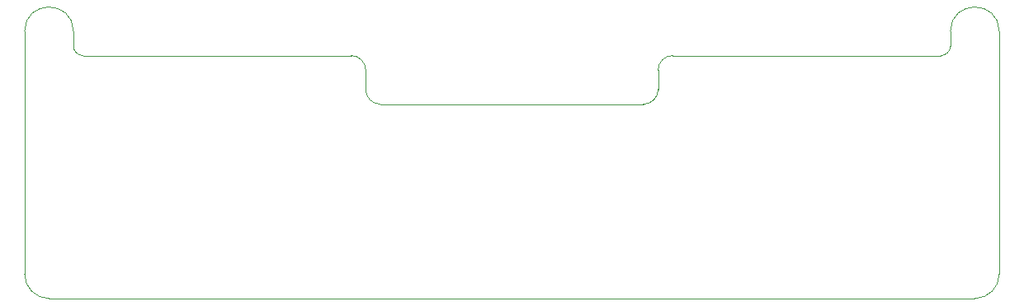
<source format=gbr>
%TF.GenerationSoftware,KiCad,Pcbnew,(5.1.9-0-10_14)*%
%TF.CreationDate,2021-08-23T14:50:21+08:00*%
%TF.ProjectId,KNOB_MAIN,4b4e4f42-5f4d-4414-994e-2e6b69636164,V1.0*%
%TF.SameCoordinates,Original*%
%TF.FileFunction,Profile,NP*%
%FSLAX46Y46*%
G04 Gerber Fmt 4.6, Leading zero omitted, Abs format (unit mm)*
G04 Created by KiCad (PCBNEW (5.1.9-0-10_14)) date 2021-08-23 14:50:21*
%MOMM*%
%LPD*%
G01*
G04 APERTURE LIST*
%TA.AperFunction,Profile*%
%ADD10C,0.050000*%
%TD*%
G04 APERTURE END LIST*
D10*
X165000000Y-78500000D02*
G75*
G02*
X163500000Y-80000000I-1500000J0D01*
G01*
X165000000Y-76500000D02*
G75*
G02*
X166500000Y-75000000I1500000J0D01*
G01*
X136500000Y-80000000D02*
G75*
G02*
X135000000Y-78500000I0J1500000D01*
G01*
X133500000Y-75000000D02*
G75*
G02*
X135000000Y-76500000I0J-1500000D01*
G01*
X166500000Y-75000000D02*
X194000000Y-75000000D01*
X165000000Y-78500000D02*
X165000000Y-76500000D01*
X135000000Y-78500000D02*
X135000000Y-76500000D01*
X136500000Y-80000000D02*
X163500000Y-80000000D01*
X195000000Y-72500000D02*
X195000000Y-74000000D01*
X105000000Y-72500000D02*
X105000000Y-74000000D01*
X106000000Y-75000000D02*
G75*
G02*
X105000000Y-74000000I0J1000000D01*
G01*
X195000000Y-74000000D02*
G75*
G02*
X194000000Y-75000000I-1000000J0D01*
G01*
X195000000Y-72500000D02*
G75*
G02*
X200000000Y-72500000I2500000J0D01*
G01*
X200000000Y-97500000D02*
G75*
G02*
X197500000Y-100000000I-2500000J0D01*
G01*
X102500000Y-100000000D02*
G75*
G02*
X100000000Y-97500000I0J2500000D01*
G01*
X100000000Y-72500000D02*
G75*
G02*
X105000000Y-72500000I2500000J0D01*
G01*
X133500000Y-75000000D02*
X106000000Y-75000000D01*
X200000000Y-97500000D02*
X200000000Y-72500000D01*
X102500000Y-100000000D02*
X197500000Y-100000000D01*
X100000000Y-72500000D02*
X100000000Y-97500000D01*
M02*

</source>
